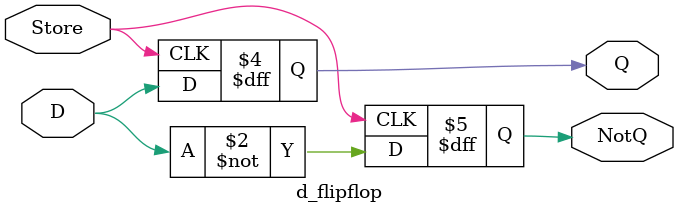
<source format=v>
module d_flipflop(
    input D, Store,
    output reg Q, NotQ
);

    initial begin
        Q <= 0;
    end
    
    always @(posedge Store) begin
        if (Store)
            Q <= D;
            NotQ <= ~D;
    end
        


endmodule
</source>
